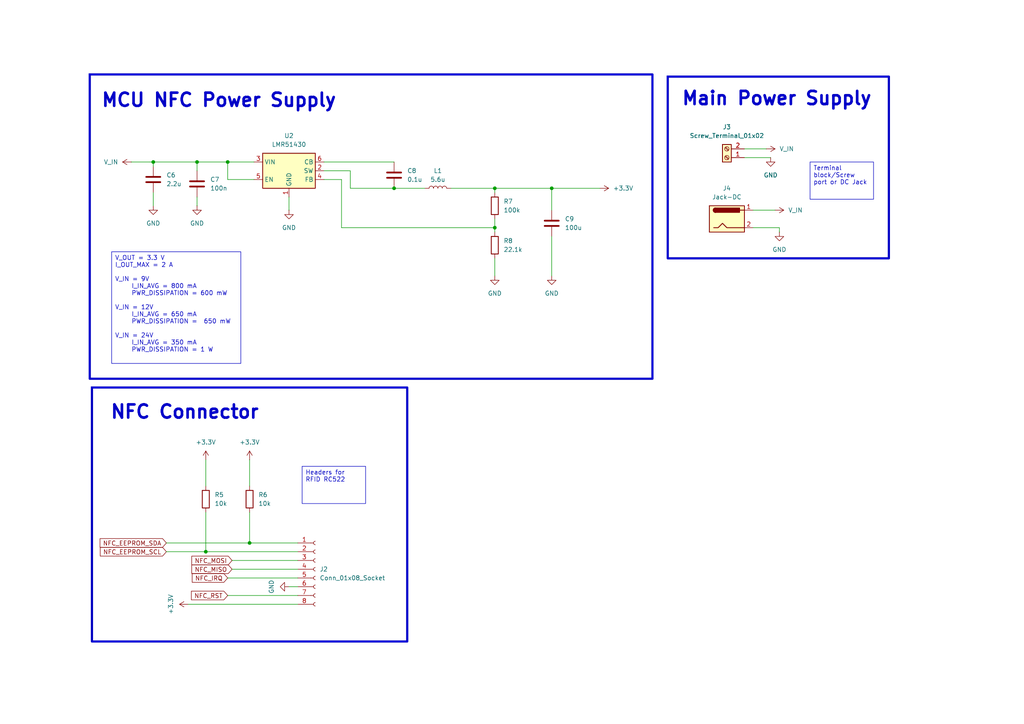
<source format=kicad_sch>
(kicad_sch (version 20231120) (generator "eeschema") (generator_version "8.0")
  (paper "A4")
  (title_block (title "Onyks Iot Control Cabinet") (rev "v1.0") (company ",,Onyks'' Students Scientific Association") (comment 1 "Karol Ambroziński") (comment 2 "Jakub Jastrzębski"))
  (lib_symbols
    (symbol "Connector:Conn_01x08_Socket" (pin_names (offset 1.016) hide)
      (property "Reference" "J" (at 0 10.16 0))
      (property "Value" "Conn_01x08_Socket" (at 0 -12.7 0))
      (symbol "Conn_01x08_Socket_1_1"
        (arc (start 0 -9.652) (mid -0.5058 -10.16) (end 0 -10.668) (stroke (width 0.1524)))
        (arc (start 0 -7.112) (mid -0.5058 -7.62) (end 0 -8.128) (stroke (width 0.1524)))
        (arc (start 0 -4.572) (mid -0.5058 -5.08) (end 0 -5.588) (stroke (width 0.1524)))
        (arc (start 0 -2.032) (mid -0.5058 -2.54) (end 0 -3.048) (stroke (width 0.1524)))
        (polyline (pts (xy -1.27 -10.16) (xy -0.508 -10.16)) (stroke (width 0.1524)))
        (polyline (pts (xy -1.27 -7.62) (xy -0.508 -7.62)) (stroke (width 0.1524)))
        (polyline (pts (xy -1.27 -5.08) (xy -0.508 -5.08)) (stroke (width 0.1524)))
        (polyline (pts (xy -1.27 -2.54) (xy -0.508 -2.54)) (stroke (width 0.1524)))
        (polyline (pts (xy -1.27 0) (xy -0.508 0)) (stroke (width 0.1524)))
        (polyline (pts (xy -1.27 2.54) (xy -0.508 2.54)) (stroke (width 0.1524)))
        (polyline (pts (xy -1.27 5.08) (xy -0.508 5.08)) (stroke (width 0.1524)))
        (polyline (pts (xy -1.27 7.62) (xy -0.508 7.62)) (stroke (width 0.1524)))
        (arc (start 0 0.508) (mid -0.5058 0) (end 0 -0.508) (stroke (width 0.1524)))
        (arc (start 0 3.048) (mid -0.5058 2.54) (end 0 2.032) (stroke (width 0.1524)))
        (arc (start 0 5.588) (mid -0.5058 5.08) (end 0 4.572) (stroke (width 0.1524)))
        (arc (start 0 8.128) (mid -0.5058 7.62) (end 0 7.112) (stroke (width 0.1524)))
        (pin passive line (at -5.08 7.62 0) (length 3.81) (name "Pin_1") (number "1"))
        (pin passive line (at -5.08 5.08 0) (length 3.81) (name "Pin_2") (number "2"))
        (pin passive line (at -5.08 2.54 0) (length 3.81) (name "Pin_3") (number "3"))
        (pin passive line (at -5.08 0 0) (length 3.81) (name "Pin_4") (number "4"))
        (pin passive line (at -5.08 -2.54 0) (length 3.81) (name "Pin_5") (number "5"))
        (pin passive line (at -5.08 -5.08 0) (length 3.81) (name "Pin_6") (number "6"))
        (pin passive line (at -5.08 -7.62 0) (length 3.81) (name "Pin_7") (number "7"))
        (pin passive line (at -5.08 -10.16 0) (length 3.81) (name "Pin_8") (number "8"))
      )
    )
    (symbol "Connector:Jack-DC" (pin_names (offset 1.016))
      (property "Reference" "J" (at 0 5.334 0))
      (property "Value" "Jack-DC" (at 0 -5.08 0))
      (symbol "Jack-DC_0_1"
        (rectangle (start -5.08 3.81) (end 5.08 -3.81) (stroke (width 0.254)) (fill (type background)))
        (arc (start -3.302 3.175) (mid -3.9343 2.54) (end -3.302 1.905) (stroke (width 0.254)))
        (arc (start -3.302 3.175) (mid -3.9343 2.54) (end -3.302 1.905) (stroke (width 0.254)) (fill (type outline)))
        (polyline (pts (xy 5.08 2.54) (xy 3.81 2.54)) (stroke (width 0.254)))
        (polyline (pts (xy -3.81 -2.54) (xy -2.54 -2.54) (xy -1.27 -1.27) (xy 0 -2.54) (xy 2.54 -2.54) (xy 5.08 -2.54)) (stroke (width 0.254)))
        (rectangle (start 3.683 3.175) (end -3.302 1.905) (stroke (width 0.254)) (fill (type outline)))
      )
      (symbol "Jack-DC_1_1"
        (pin passive line (at 7.62 2.54 180) (length 2.54) (name "~") (number "1"))
        (pin passive line (at 7.62 -2.54 180) (length 2.54) (name "~") (number "2"))
      )
    )
    (symbol "Connector:Screw_Terminal_01x02" (pin_names (offset 1.016) hide)
      (property "Reference" "J" (at 0 2.54 0))
      (property "Value" "Screw_Terminal_01x02" (at 0 -5.08 0))
      (symbol "Screw_Terminal_01x02_1_1"
        (rectangle (start -1.27 1.27) (end 1.27 -3.81) (stroke (width 0.254)) (fill (type background)))
        (circle (center 0 -2.54) (radius 0.635) (stroke (width 0.1524)))
        (polyline (pts (xy -0.5334 -2.2098) (xy 0.3302 -3.048)) (stroke (width 0.1524)))
        (polyline (pts (xy -0.5334 0.3302) (xy 0.3302 -0.508)) (stroke (width 0.1524)))
        (polyline (pts (xy -0.3556 -2.032) (xy 0.508 -2.8702)) (stroke (width 0.1524)))
        (polyline (pts (xy -0.3556 0.508) (xy 0.508 -0.3302)) (stroke (width 0.1524)))
        (circle (center 0 0) (radius 0.635) (stroke (width 0.1524)))
        (pin passive line (at -5.08 0 0) (length 3.81) (name "Pin_1") (number "1"))
        (pin passive line (at -5.08 -2.54 0) (length 3.81) (name "Pin_2") (number "2"))
      )
    )
    (symbol "Device:C" (pin_numbers hide) (pin_names (offset 0.254))
      (property "Reference" "C" (at 0.635 2.54 0))
      (property "Value" "C" (at 0.635 -2.54 0))
      (symbol "C_0_1"
        (polyline (pts (xy -2.032 -0.762) (xy 2.032 -0.762)) (stroke (width 0.508)))
        (polyline (pts (xy -2.032 0.762) (xy 2.032 0.762)) (stroke (width 0.508)))
      )
      (symbol "C_1_1"
        (pin passive line (at 0 3.81 270) (length 2.794) (name "~") (number "1"))
        (pin passive line (at 0 -3.81 90) (length 2.794) (name "~") (number "2"))
      )
    )
    (symbol "Device:L" (pin_numbers hide) (pin_names (offset 1.016) hide)
      (property "Reference" "L" (at -1.27 0 90))
      (property "Value" "L" (at 1.905 0 90))
      (symbol "L_0_1"
        (arc (start 0 -2.54) (mid 0.6323 -1.905) (end 0 -1.27))
        (arc (start 0 -1.27) (mid 0.6323 -0.635) (end 0 0))
        (arc (start 0 0) (mid 0.6323 0.635) (end 0 1.27))
        (arc (start 0 1.27) (mid 0.6323 1.905) (end 0 2.54))
      )
      (symbol "L_1_1"
        (pin passive line (at 0 3.81 270) (length 1.27) (name "1") (number "1"))
        (pin passive line (at 0 -3.81 90) (length 1.27) (name "2") (number "2"))
      )
    )
    (symbol "Device:R" (pin_numbers hide) (pin_names (offset 0))
      (property "Reference" "R" (at 2.032 0 90))
      (property "Value" "R" (at 0 0 90))
      (symbol "R_0_1"
        (rectangle (start -1.016 -2.54) (end 1.016 2.54) (stroke (width 0.254)))
      )
      (symbol "R_1_1"
        (pin passive line (at 0 3.81 270) (length 1.27) (name "~") (number "1"))
        (pin passive line (at 0 -3.81 90) (length 1.27) (name "~") (number "2"))
      )
    )
    (symbol "GND_2" (power) (pin_numbers hide) (pin_names (offset 0) hide)
      (property "Value" "GND" (at 0 -3.81 0))
      (symbol "GND_2_0_1"
        (polyline (pts (xy 0 0) (xy 0 -1.27) (xy 1.27 -1.27) (xy 0 -2.54) (xy -1.27 -1.27) (xy 0 -1.27)))
      )
      (symbol "GND_2_1_1"
        (pin power_in line (at 0 0 270) (length 0) (name "~") (number "1"))
      )
    )
    (symbol "Regulator_Switching:LMR51430"
      (property "Reference" "U" (at -7.62 6.35 0))
      (property "Value" "LMR51430" (at 0 6.35 0))
      (symbol "LMR51430_0_1"
        (rectangle (start -7.62 5.08) (end 7.62 -5.08) (stroke (width 0.254)) (fill (type background)))
      )
      (symbol "LMR51430_1_1"
        (pin power_in line (at 0 -7.62 90) (length 2.54) (name "GND") (number "1"))
        (pin power_out line (at 10.16 0 180) (length 2.54) (name "SW") (number "2"))
        (pin power_in line (at -10.16 2.54 0) (length 2.54) (name "VIN") (number "3"))
        (pin input line (at 10.16 -2.54 180) (length 2.54) (name "FB") (number "4"))
        (pin input line (at -10.16 -2.54 0) (length 2.54) (name "EN") (number "5"))
        (pin passive line (at 10.16 2.54 180) (length 2.54) (name "CB") (number "6"))
      )
    )
    (symbol "power:+1V0" (power) (pin_numbers hide) (pin_names (offset 0) hide)
      (property "Value" "+1V0" (at 0 3.556 0))
      (symbol "+1V0_0_1"
        (polyline (pts (xy -0.762 1.27) (xy 0 2.54)))
        (polyline (pts (xy 0 0) (xy 0 2.54)))
        (polyline (pts (xy 0 2.54) (xy 0.762 1.27)))
      )
      (symbol "+1V0_1_1"
        (pin power_in line (at 0 0 90) (length 0) (name "~") (number "1"))
      )
    )
    (symbol "power:+3.3V" (power) (pin_numbers hide) (pin_names (offset 0) hide)
      (property "Value" "+3.3V" (at 0 3.556 0))
      (symbol "+3.3V_0_1"
        (polyline (pts (xy -0.762 1.27) (xy 0 2.54)))
        (polyline (pts (xy 0 0) (xy 0 2.54)))
        (polyline (pts (xy 0 2.54) (xy 0.762 1.27)))
      )
      (symbol "+3.3V_1_1"
        (pin power_in line (at 0 0 90) (length 0) (name "~") (number "1"))
      )
    )
    (symbol "power:GND" (power) (pin_numbers hide) (pin_names (offset 0) hide)
      (property "Value" "GND" (at 0 -3.81 0))
      (symbol "GND_0_1"
        (polyline (pts (xy 0 0) (xy 0 -1.27) (xy 1.27 -1.27) (xy 0 -2.54) (xy -1.27 -1.27) (xy 0 -1.27)))
      )
      (symbol "GND_1_1"
        (pin power_in line (at 0 0 270) (length 0) (name "~") (number "1"))
      )
    )
  )
  (junction (at 160.02 54.61))
  (junction (at 44.45 46.99))
  (junction (at 57.15 46.99))
  (junction (at 66.04 46.99))
  (junction (at 114.3 54.61))
  (junction (at 59.69 160.02))
  (junction (at 72.39 157.48))
  (junction (at 143.51 54.61))
  (junction (at 143.51 66.04))
  (wire (pts (xy 48.26 157.48) (xy 72.39 157.48)))
  (wire (pts (xy 38.1 46.99) (xy 44.45 46.99)))
  (wire (pts (xy 215.9 43.18) (xy 222.25 43.18)))
  (wire (pts (xy 57.15 46.99) (xy 66.04 46.99)))
  (wire (pts (xy 72.39 148.59) (xy 72.39 157.48)))
  (wire (pts (xy 73.66 52.07) (xy 66.04 52.07)))
  (wire (pts (xy 93.98 52.07) (xy 99.06 52.07)))
  (wire (pts (xy 66.04 167.64) (xy 86.36 167.64)))
  (wire (pts (xy 83.82 57.15) (xy 83.82 60.96)))
  (wire (pts (xy 48.26 160.02) (xy 59.69 160.02)))
  (wire (pts (xy 101.6 49.53) (xy 101.6 54.61)))
  (wire (pts (xy 143.51 66.04) (xy 143.51 67.31)))
  (wire (pts (xy 218.44 66.04) (xy 226.06 66.04)))
  (wire (pts (xy 101.6 49.53) (xy 93.98 49.53)))
  (wire (pts (xy 54.61 175.26) (xy 86.36 175.26)))
  (wire (pts (xy 44.45 46.99) (xy 44.45 48.26)))
  (wire (pts (xy 57.15 57.15) (xy 57.15 59.69)))
  (wire (pts (xy 72.39 157.48) (xy 86.36 157.48)))
  (wire (pts (xy 72.39 133.35) (xy 72.39 140.97)))
  (wire (pts (xy 143.51 74.93) (xy 143.51 80.01)))
  (wire (pts (xy 143.51 63.5) (xy 143.51 66.04)))
  (wire (pts (xy 101.6 54.61) (xy 114.3 54.61)))
  (wire (pts (xy 57.15 46.99) (xy 57.15 49.53)))
  (wire (pts (xy 93.98 46.99) (xy 114.3 46.99)))
  (wire (pts (xy 67.31 165.1) (xy 86.36 165.1)))
  (wire (pts (xy 160.02 68.58) (xy 160.02 80.01)))
  (wire (pts (xy 160.02 54.61) (xy 160.02 60.96)))
  (wire (pts (xy 44.45 55.88) (xy 44.45 59.69)))
  (wire (pts (xy 66.04 172.72) (xy 86.36 172.72)))
  (wire (pts (xy 226.06 66.04) (xy 226.06 67.31)))
  (wire (pts (xy 59.69 160.02) (xy 86.36 160.02)))
  (wire (pts (xy 83.82 170.18) (xy 86.36 170.18)))
  (wire (pts (xy 160.02 54.61) (xy 143.51 54.61)))
  (wire (pts (xy 66.04 46.99) (xy 73.66 46.99)))
  (wire (pts (xy 218.44 60.96) (xy 224.79 60.96)))
  (wire (pts (xy 99.06 66.04) (xy 143.51 66.04)))
  (wire (pts (xy 143.51 54.61) (xy 143.51 55.88)))
  (wire (pts (xy 114.3 54.61) (xy 123.19 54.61)))
  (wire (pts (xy 215.9 45.72) (xy 223.52 45.72)))
  (wire (pts (xy 67.31 162.56) (xy 86.36 162.56)))
  (wire (pts (xy 99.06 52.07) (xy 99.06 66.04)))
  (wire (pts (xy 173.99 54.61) (xy 160.02 54.61)))
  (wire (pts (xy 59.69 133.35) (xy 59.69 140.97)))
  (wire (pts (xy 44.45 46.99) (xy 57.15 46.99)))
  (wire (pts (xy 130.81 54.61) (xy 143.51 54.61)))
  (wire (pts (xy 59.69 148.59) (xy 59.69 160.02)))
  (wire (pts (xy 66.04 52.07) (xy 66.04 46.99)))
  (rectangle (start 26.67 112.395) (end 118.11 186.055) (stroke (width 0.635)))
  (rectangle (start 26.035 21.59) (end 189.23 109.855) (stroke (width 0.635)))
  (rectangle (start 193.675 22.225) (end 257.81 74.93) (stroke (width 0.635)))
  (text_box "Headers for RFID RC522" (at 87.63 135.255 0) (size 18.415 10.795) (effects (font (size 1.27 1.27)) (justify left top)))
  (text_box "Terminal block/Screw port or DC Jack" (at 234.95 46.99 0) (size 18.415 10.795) (effects (font (size 1.27 1.27)) (justify left top)))
  (text_box "V_OUT = 3.3 V\nI_OUT_MAX = 2 A\n\nV_IN = 9V\n	I_IN_AVG = 800 mA\n	PWR_DISSIPATION = 600 mW\n\nV_IN = 12V\n	I_IN_AVG = 650 mA\n	PWR_DISSIPATION =  650 mW\n\nV_IN = 24V\n	I_IN_AVG = 350 mA\n	PWR_DISSIPATION = 1 W\n" (at 32.385 73.025 0) (size 37.465 32.385) (effects (font (size 1.27 1.27)) (justify left top)))
  (text "MCU NFC Power Supply" (at 63.5 29.21 0) (effects (font (size 3.81 3.81) (thickness 0.762) (bold yes))))
  (text "Main Power Supply" (at 225.298 28.702 0) (effects (font (size 3.81 3.81) (thickness 0.762) (bold yes))))
  (text "NFC Connector" (at 53.594 119.634 0) (effects (font (size 3.81 3.81) (thickness 0.762) (bold yes))))
  (global_label "NFC_MISO" (shape input) (at 67.31 165.1 180) (property "Intersheetrefs" "${INTERSHEET_REFS}" (effects (hide yes))))
  (global_label "NFC_EEPROM_SDA" (shape input) (at 48.26 157.48 180) (property "Intersheetrefs" "${INTERSHEET_REFS}" (effects (hide yes))))
  (global_label "NFC_RST" (shape input) (at 66.04 172.72 180) (property "Intersheetrefs" "${INTERSHEET_REFS}" (effects (hide yes))))
  (global_label "NFC_MOSI" (shape input) (at 67.31 162.56 180) (property "Intersheetrefs" "${INTERSHEET_REFS}" (effects (hide yes))))
  (global_label "NFC_IRQ" (shape input) (at 66.04 167.64 180) (property "Intersheetrefs" "${INTERSHEET_REFS}" (effects (hide yes))))
  (global_label "NFC_EEPROM_SCL" (shape input) (at 48.26 160.02 180) (property "Intersheetrefs" "${INTERSHEET_REFS}" (effects (hide yes))))
  (symbol (lib_id "power:+3.3V") (at 72.39 133.35 0) (unit 1)
    (property "Reference" "#PWR018" (effects (hide yes)))
    (property "Value" "+3.3V" (at 72.39 128.27 0))
  )
  (symbol (lib_id "Device:C") (at 160.02 64.77 0) (unit 1)
    (property "Reference" "C9" (at 163.83 63.4999 0) (effects (justify left)))
    (property "Value" "100u" (at 163.83 66.0399 0) (effects (justify left)))
    (property "Description" "Unpolarized capacitor" (effects (hide yes)))
  )
  (symbol (lib_name "GND_2") (lib_id "power:GND") (at 83.82 170.18 270) (unit 1)
    (property "Reference" "#PWR020" (effects (hide yes)))
    (property "Value" "GND" (at 78.74 170.18 0))
    (property "Description" "Power symbol creates a global label with name \"GND\" , ground" (effects (hide yes)))
  )
  (symbol (lib_id "Connector:Jack-DC") (at 210.82 63.5 0) (unit 1)
    (property "Reference" "J4" (at 210.82 54.61 0))
    (property "Value" "Jack-DC" (at 210.82 57.15 0))
    (property "Description" "DC Barrel Jack" (effects (hide yes)))
  )
  (symbol (lib_id "power:GND") (at 226.06 67.31 0) (unit 1)
    (property "Reference" "#PWR027" (effects (hide yes)))
    (property "Value" "GND" (at 226.06 72.39 0))
    (property "Description" "Power symbol creates a global label with name \"GND\" , ground" (effects (hide yes)))
  )
  (symbol (lib_id "power:GND") (at 57.15 59.69 0) (unit 1)
    (property "Reference" "#PWR016" (effects (hide yes)))
    (property "Value" "GND" (at 57.15 64.77 0))
    (property "Description" "Power symbol creates a global label with name \"GND\" , ground" (effects (hide yes)))
  )
  (symbol (lib_id "Device:C") (at 57.15 53.34 0) (unit 1)
    (property "Reference" "C7" (at 60.96 52.0699 0) (effects (justify left)))
    (property "Value" "100n" (at 60.96 54.6099 0) (effects (justify left)))
    (property "Description" "Unpolarized capacitor" (effects (hide yes)))
  )
  (symbol (lib_id "power:GND") (at 223.52 45.72 0) (unit 1)
    (property "Reference" "#PWR025" (effects (hide yes)))
    (property "Value" "GND" (at 223.52 50.8 0))
    (property "Description" "Power symbol creates a global label with name \"GND\" , ground" (effects (hide yes)))
  )
  (symbol (lib_id "Device:R") (at 143.51 71.12 0) (unit 1)
    (property "Reference" "R8" (at 146.05 69.8499 0) (effects (justify left)))
    (property "Value" "22.1k" (at 146.05 72.3899 0) (effects (justify left)))
    (property "Description" "Resistor" (effects (hide yes)))
  )
  (symbol (lib_id "Device:R") (at 59.69 144.78 0) (unit 1)
    (property "Reference" "R5" (at 62.23 143.5099 0) (effects (justify left)))
    (property "Value" "10k" (at 62.23 146.0499 0) (effects (justify left)))
    (property "Description" "Resistor" (effects (hide yes)))
  )
  (symbol (lib_id "Device:L") (at 127 54.61 90) (unit 1)
    (property "Reference" "L1" (at 127 49.53 90))
    (property "Value" "5.6u" (at 127 52.07 90))
    (property "Description" "Inductor" (effects (hide yes)))
  )
  (symbol (lib_id "power:GND") (at 143.51 80.01 0) (unit 1)
    (property "Reference" "#PWR021" (effects (hide yes)))
    (property "Value" "GND" (at 143.51 85.09 0))
    (property "Description" "Power symbol creates a global label with name \"GND\" , ground" (effects (hide yes)))
  )
  (symbol (lib_id "Device:C") (at 114.3 50.8 0) (unit 1)
    (property "Reference" "C8" (at 118.11 49.5299 0) (effects (justify left)))
    (property "Value" "0.1u" (at 118.11 52.0699 0) (effects (justify left)))
    (property "Description" "Unpolarized capacitor" (effects (hide yes)))
  )
  (symbol (lib_id "power:+3.3V") (at 54.61 175.26 90) (unit 1)
    (property "Reference" "#PWR015" (effects (hide yes)))
    (property "Value" "+3.3V" (at 49.53 175.26 0))
  )
  (symbol (lib_id "power:GND") (at 83.82 60.96 0) (unit 1)
    (property "Reference" "#PWR019" (effects (hide yes)))
    (property "Value" "GND" (at 83.82 66.04 0))
    (property "Description" "Power symbol creates a global label with name \"GND\" , ground" (effects (hide yes)))
  )
  (symbol (lib_id "power:+1V0") (at 224.79 60.96 270) (unit 1)
    (property "Reference" "#PWR026" (effects (hide yes)))
    (property "Value" "V_IN" (at 228.6 60.9599 90) (effects (justify left)))
    (property "Description" "Power symbol creates a global label with name \"+1V0\"" (effects (hide yes)))
  )
  (symbol (lib_id "power:GND") (at 160.02 80.01 0) (unit 1)
    (property "Reference" "#PWR022" (effects (hide yes)))
    (property "Value" "GND" (at 160.02 85.09 0))
    (property "Description" "Power symbol creates a global label with name \"GND\" , ground" (effects (hide yes)))
  )
  (symbol (lib_id "power:+1V0") (at 38.1 46.99 90) (unit 1)
    (property "Reference" "#PWR013" (effects (hide yes)))
    (property "Value" "V_IN" (at 34.29 46.9899 90) (effects (justify left)))
    (property "Description" "Power symbol creates a global label with name \"+1V0\"" (effects (hide yes)))
  )
  (symbol (lib_id "power:+1V0") (at 222.25 43.18 270) (unit 1)
    (property "Reference" "#PWR024" (effects (hide yes)))
    (property "Value" "V_IN" (at 226.06 43.1799 90) (effects (justify left)))
    (property "Description" "Power symbol creates a global label with name \"+1V0\"" (effects (hide yes)))
  )
  (symbol (lib_id "Device:R") (at 143.51 59.69 0) (unit 1)
    (property "Reference" "R7" (at 146.05 58.4199 0) (effects (justify left)))
    (property "Value" "100k" (at 146.05 60.9599 0) (effects (justify left)))
    (property "Description" "Resistor" (effects (hide yes)))
  )
  (symbol (lib_id "Connector:Screw_Terminal_01x02") (at 210.82 45.72 180) (unit 1)
    (property "Reference" "J3" (at 210.82 36.83 0))
    (property "Value" "Screw_Terminal_01x02" (at 210.82 39.37 0))
    (property "Description" "Generic screw terminal, single row, 01x02, script generated (kicad-library-utils/schlib/autogen/connector/)" (effects (hide yes)))
  )
  (symbol (lib_id "power:+3.3V") (at 59.69 133.35 0) (unit 1)
    (property "Reference" "#PWR017" (effects (hide yes)))
    (property "Value" "+3.3V" (at 59.69 128.27 0))
  )
  (symbol (lib_id "Device:C") (at 44.45 52.07 0) (unit 1)
    (property "Reference" "C6" (at 48.26 50.7999 0) (effects (justify left)))
    (property "Value" "2.2u" (at 48.26 53.3399 0) (effects (justify left)))
    (property "Description" "Unpolarized capacitor" (effects (hide yes)))
  )
  (symbol (lib_id "Regulator_Switching:LMR51430") (at 83.82 49.53 0) (unit 1)
    (property "Reference" "U2" (at 83.82 39.37 0))
    (property "Value" "LMR51430" (at 83.82 41.91 0))
    (property "Footprint" "Package_TO_SOT_SMD:SOT-23-6" (effects (hide yes)))
    (property "Datasheet" "https://www.ti.com/lit/ds/symlink/lmr51430.pdf" (effects (hide yes)))
    (property "Description" "4.5-V to 36-V, 3-A synchronous buck converter with 40-µA IQ, SOT-23-6" (effects (hide yes)))
  )
  (symbol (lib_id "power:+3.3V") (at 173.99 54.61 270) (unit 1)
    (property "Reference" "#PWR023" (effects (hide yes)))
    (property "Value" "+3.3V" (at 177.8 54.6099 90) (effects (justify left)))
    (property "Description" "Power symbol creates a global label with name \"+3.3V\"" (effects (hide yes)))
  )
  (symbol (lib_id "Device:R") (at 72.39 144.78 0) (unit 1)
    (property "Reference" "R6" (at 74.93 143.5099 0) (effects (justify left)))
    (property "Value" "10k" (at 74.93 146.0499 0) (effects (justify left)))
    (property "Description" "Resistor" (effects (hide yes)))
  )
  (symbol (lib_id "power:GND") (at 44.45 59.69 0) (unit 1)
    (property "Reference" "#PWR014" (effects (hide yes)))
    (property "Value" "GND" (at 44.45 64.77 0))
    (property "Description" "Power symbol creates a global label with name \"GND\" , ground" (effects (hide yes)))
  )
  (symbol (lib_id "Connector:Conn_01x08_Socket") (at 91.44 165.1 0) (unit 1)
    (property "Reference" "J2" (at 92.71 165.0999 0) (effects (justify left)))
    (property "Value" "Conn_01x08_Socket" (at 92.71 167.6399 0) (effects (justify left)))
    (property "Description" "Generic connector, single row, 01x08, script generated" (effects (hide yes)))
  )
)
</source>
